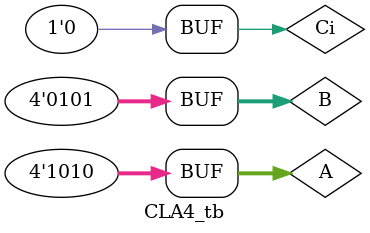
<source format=v>
module CLA4_tb;

  reg [3:0] A, B;
  reg Ci;
  wire [3:0] S;
  wire Co, PG, GG;
  CLA4 dut(A, B, Ci, S, Co, PG, GG);

  initial begin

    A = 4'b0101;
    B = 4'b0011;
    Ci = 1;
    #10;
    if (S !== 4'b1001 || Co !== 0 || PG !== 0 || GG !== 0)
      $display("Operation 1 Failed");

    A = 4'b1100;
    B = 4'b1010;
    Ci = 0;
    #10;
    if (S !== 4'b0110 || Co !== 1 || PG !== 0 || GG !== 1)
      $display("Operation 2 Failed");

    A = 4'b0011;
    B = 4'b1111;
    Ci = 1;
    #10;
    if (S !== 4'b0011 || Co !== 1 || PG !== 0 || GG !== 1)
      $display("Operation 3 Failed");

    A = 4'b1010;
    B = 4'b0101;
    Ci = 0;
    #10;
    if (S !== 4'b1111 || Co !== 0 || PG !== 1 || GG !== 0)
      $display("Operation 4 Failed");
  end

endmodule

</source>
